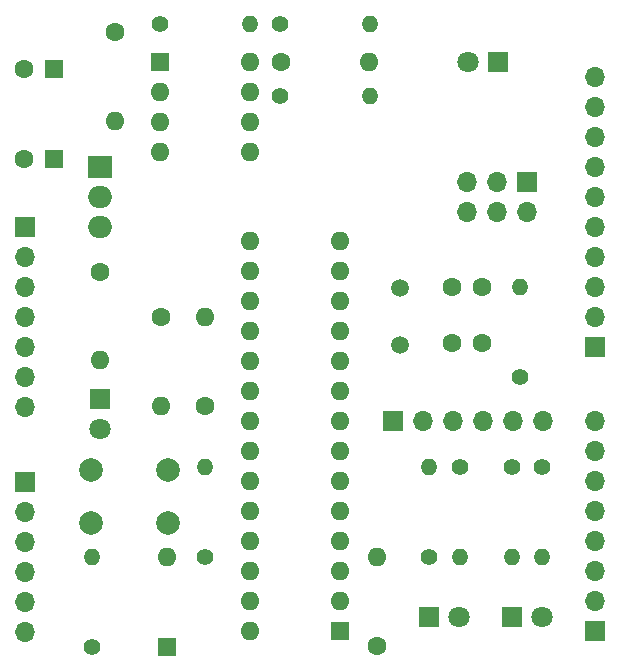
<source format=gbs>
G04 #@! TF.GenerationSoftware,KiCad,Pcbnew,6.0.11-3.fc36*
G04 #@! TF.CreationDate,2023-05-11T18:59:47+09:00*
G04 #@! TF.ProjectId,Tetiduino,54657469-6475-4696-9e6f-2e6b69636164,rev?*
G04 #@! TF.SameCoordinates,Original*
G04 #@! TF.FileFunction,Soldermask,Bot*
G04 #@! TF.FilePolarity,Negative*
%FSLAX46Y46*%
G04 Gerber Fmt 4.6, Leading zero omitted, Abs format (unit mm)*
G04 Created by KiCad (PCBNEW 6.0.11-3.fc36) date 2023-05-11 18:59:47*
%MOMM*%
%LPD*%
G01*
G04 APERTURE LIST*
%ADD10R,1.700000X1.700000*%
%ADD11O,1.700000X1.700000*%
%ADD12C,1.400000*%
%ADD13O,1.400000X1.400000*%
%ADD14R,1.600000X1.600000*%
%ADD15O,1.600000X1.600000*%
%ADD16C,1.600000*%
%ADD17C,2.000000*%
%ADD18R,1.800000X1.800000*%
%ADD19C,1.800000*%
%ADD20R,2.000000X1.905000*%
%ADD21O,2.000000X1.905000*%
%ADD22C,1.500000*%
G04 APERTURE END LIST*
D10*
X124460000Y-102255000D03*
D11*
X124460000Y-104795000D03*
X124460000Y-107335000D03*
X124460000Y-109875000D03*
X124460000Y-112415000D03*
X124460000Y-114955000D03*
X124460000Y-117495000D03*
D12*
X146050000Y-91155000D03*
D13*
X153670000Y-91155000D03*
D14*
X136525000Y-137795000D03*
D15*
X136525000Y-130175000D03*
D16*
X160655000Y-112090000D03*
X163155000Y-112090000D03*
X160655000Y-107315000D03*
X163155000Y-107315000D03*
D14*
X126912380Y-88900000D03*
D16*
X124412380Y-88900000D03*
X130810000Y-106045000D03*
D15*
X130810000Y-113545000D03*
D16*
X139700000Y-117415000D03*
D15*
X139700000Y-109915000D03*
D10*
X155600000Y-118720000D03*
D11*
X158140000Y-118720000D03*
X160680000Y-118720000D03*
X163220000Y-118720000D03*
X165760000Y-118720000D03*
X168300000Y-118720000D03*
D17*
X136600000Y-127345000D03*
X130100000Y-127345000D03*
X130100000Y-122845000D03*
X136600000Y-122845000D03*
D18*
X164500000Y-88265000D03*
D19*
X161960000Y-88265000D03*
D16*
X146110000Y-88265000D03*
D15*
X153610000Y-88265000D03*
D18*
X165730000Y-135255000D03*
D19*
X168270000Y-135255000D03*
D14*
X135900000Y-88275000D03*
D15*
X135900000Y-90815000D03*
X135900000Y-93355000D03*
X135900000Y-95895000D03*
X143520000Y-95895000D03*
X143520000Y-93355000D03*
X143520000Y-90815000D03*
X143520000Y-88275000D03*
D12*
X135890000Y-85090000D03*
D13*
X143510000Y-85090000D03*
D14*
X151120000Y-136515000D03*
D15*
X151120000Y-133975000D03*
X151120000Y-131435000D03*
X151120000Y-128895000D03*
X151120000Y-126355000D03*
X151120000Y-123815000D03*
X151120000Y-121275000D03*
X151120000Y-118735000D03*
X151120000Y-116195000D03*
X151120000Y-113655000D03*
X151120000Y-111115000D03*
X151120000Y-108575000D03*
X151120000Y-106035000D03*
X151120000Y-103495000D03*
X143500000Y-103495000D03*
X143500000Y-106035000D03*
X143500000Y-108575000D03*
X143500000Y-111115000D03*
X143500000Y-113655000D03*
X143500000Y-116195000D03*
X143500000Y-118735000D03*
X143500000Y-121275000D03*
X143500000Y-123815000D03*
X143500000Y-126355000D03*
X143500000Y-128895000D03*
X143500000Y-131435000D03*
X143500000Y-133975000D03*
X143500000Y-136515000D03*
D12*
X168275000Y-122555000D03*
D13*
X168275000Y-130175000D03*
D12*
X139700000Y-130175000D03*
D13*
X139700000Y-122555000D03*
D12*
X165735000Y-122555000D03*
D13*
X165735000Y-130175000D03*
D14*
X126932380Y-96520000D03*
D16*
X124432380Y-96520000D03*
D12*
X130175000Y-137795000D03*
D13*
X130175000Y-130175000D03*
D12*
X166370000Y-114935000D03*
D13*
X166370000Y-107315000D03*
D10*
X172720000Y-136510000D03*
D11*
X172720000Y-133970000D03*
X172720000Y-131430000D03*
X172720000Y-128890000D03*
X172720000Y-126350000D03*
X172720000Y-123810000D03*
X172720000Y-121270000D03*
X172720000Y-118730000D03*
D10*
X167005000Y-98425000D03*
D11*
X167005000Y-100965000D03*
X164465000Y-98425000D03*
X164465000Y-100965000D03*
X161925000Y-98425000D03*
X161925000Y-100965000D03*
D12*
X158670000Y-130175000D03*
D13*
X158670000Y-122555000D03*
D16*
X132080000Y-85785000D03*
D15*
X132080000Y-93285000D03*
D20*
X130810000Y-97155000D03*
D21*
X130810000Y-99695000D03*
X130810000Y-102235000D03*
D18*
X158670000Y-135255000D03*
D19*
X161210000Y-135255000D03*
D10*
X124460000Y-123825000D03*
D11*
X124460000Y-126365000D03*
X124460000Y-128905000D03*
X124460000Y-131445000D03*
X124460000Y-133985000D03*
X124460000Y-136525000D03*
D22*
X156210000Y-112305000D03*
X156210000Y-107425000D03*
D16*
X135950000Y-109915000D03*
D15*
X135950000Y-117415000D03*
D18*
X130810000Y-116840000D03*
D19*
X130810000Y-119380000D03*
D16*
X154305000Y-137735000D03*
D15*
X154305000Y-130235000D03*
D10*
X172720000Y-112395000D03*
D11*
X172720000Y-109855000D03*
X172720000Y-107315000D03*
X172720000Y-104775000D03*
X172720000Y-102235000D03*
X172720000Y-99695000D03*
X172720000Y-97155000D03*
X172720000Y-94615000D03*
X172720000Y-92075000D03*
X172720000Y-89535000D03*
D12*
X161290000Y-122555000D03*
D13*
X161290000Y-130175000D03*
D12*
X146050000Y-85090000D03*
D13*
X153670000Y-85090000D03*
M02*

</source>
